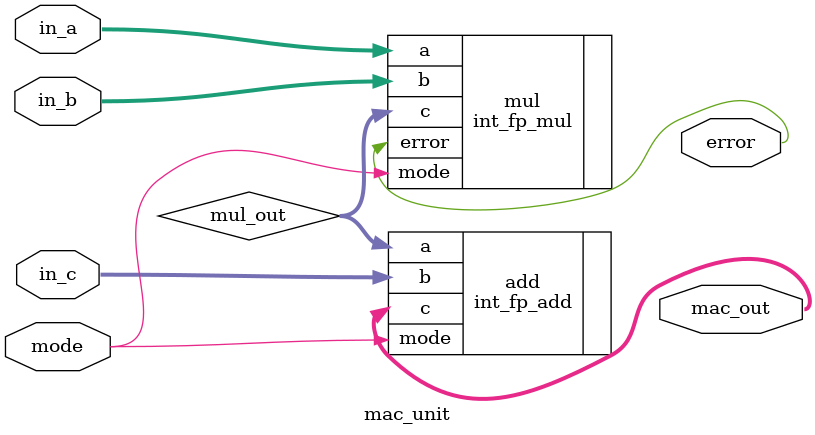
<source format=v>


// Description:

	// Function : mac_out = in_a * in_b + in_c.  Both work for INT8 and FP16 mode. Default INT8 and FP16 are signed number
	// Exception : error detection for overflow and underflow in FP16 mode


module mac_unit
(
`ifdef PIPLINE
	input            clk,
	input            rst_n,
`endif
	input     [15:0] in_a, // multiplier input1
	input     [15:0] in_b, // multiplier input2
	input     [15:0] in_c, // adder input2 ; adder input1 = in_a*in_b
	input 	     	 mode,
	output    [15:0] mac_out,
	output 		     error
);

	wire [15:0] mul_out;

	int_fp_add add(
	`ifdef PIPLINE
		.clk   (clk    ),
		.rst_n (rst_n  ),
	`endif 
		.mode  ( mode  ) ,
		.a     (mul_out) ,
		.b     ( in_c  ) ,
		.c     (mac_out)
	);


	int_fp_mul mul(
	`ifdef PIPLINE
		.clk   (clk    ),
		.rst_n (rst_n  ),
	`endif 
		.mode  ( mode  ) ,
		.a     ( in_a  ) ,
		.b     ( in_b  ) ,
		.c     (mul_out),
		.error (error  )
	);

endmodule	

</source>
